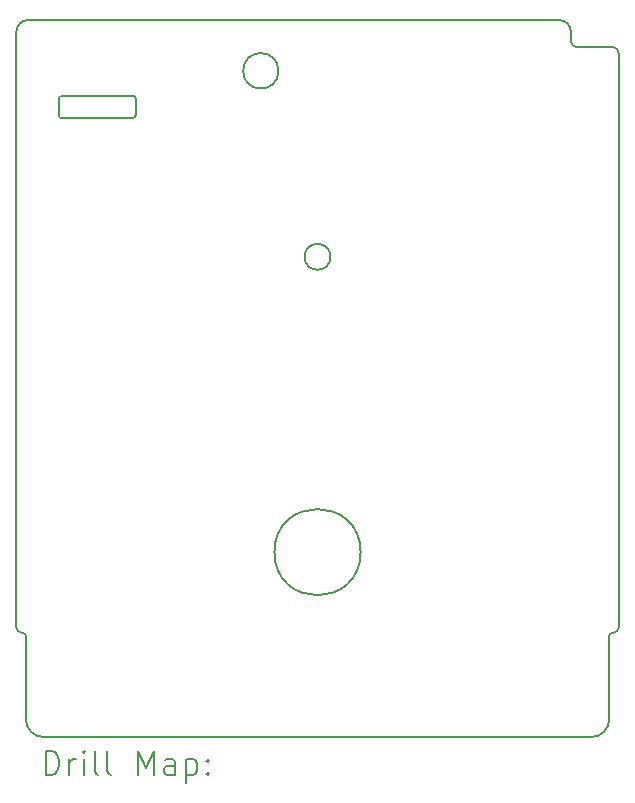
<source format=gbr>
%TF.GenerationSoftware,KiCad,Pcbnew,(6.0.8)*%
%TF.CreationDate,2023-01-17T04:08:50-05:00*%
%TF.ProjectId,DMG-KGDU-10+,444d472d-4b47-4445-952d-31302b2e6b69,rev?*%
%TF.SameCoordinates,Original*%
%TF.FileFunction,Drillmap*%
%TF.FilePolarity,Positive*%
%FSLAX45Y45*%
G04 Gerber Fmt 4.5, Leading zero omitted, Abs format (unit mm)*
G04 Created by KiCad (PCBNEW (6.0.8)) date 2023-01-17 04:08:50*
%MOMM*%
%LPD*%
G01*
G04 APERTURE LIST*
%ADD10C,0.200000*%
G04 APERTURE END LIST*
D10*
X16762000Y-7160200D02*
X16457000Y-7160200D01*
X16307000Y-6930200D02*
X11811900Y-6930200D01*
X11942044Y-13000156D02*
X16582044Y-13000243D01*
X16407000Y-7030200D02*
X16407000Y-7110200D01*
X11711900Y-7030200D02*
X11712000Y-12070200D01*
X14372000Y-8935200D02*
G75*
G03*
X14372000Y-8935200I-110000J0D01*
G01*
X14627000Y-11435200D02*
G75*
G03*
X14627000Y-11435200I-365000J0D01*
G01*
X16812000Y-12070200D02*
X16812000Y-7210200D01*
X12096900Y-7570200D02*
X12696900Y-7570200D01*
X16757000Y-12120200D02*
G75*
G03*
X16732000Y-12145200I0J-25000D01*
G01*
X12096900Y-7570200D02*
G75*
G03*
X12071900Y-7595200I0J-25000D01*
G01*
X12721900Y-7595200D02*
G75*
G03*
X12696900Y-7570200I-25000J0D01*
G01*
X12696900Y-7760200D02*
G75*
G03*
X12721900Y-7735200I0J25000D01*
G01*
X16582044Y-13000240D02*
G75*
G03*
X16732000Y-12850200I-44J150000D01*
G01*
X16732000Y-12850200D02*
X16732000Y-12145200D01*
X16762000Y-12120200D02*
X16757000Y-12120200D01*
X11792000Y-12850200D02*
X11792000Y-12145200D01*
X11792000Y-12145200D02*
G75*
G03*
X11767000Y-12120200I-25000J0D01*
G01*
X11767000Y-12120200D02*
X11762000Y-12120200D01*
X11712000Y-12070200D02*
G75*
G03*
X11762000Y-12120200I50000J0D01*
G01*
X16407000Y-7030200D02*
G75*
G03*
X16307000Y-6930200I-100000J0D01*
G01*
X16812000Y-7210200D02*
G75*
G03*
X16762000Y-7160200I-50000J0D01*
G01*
X12071900Y-7595200D02*
X12071900Y-7735200D01*
X12071900Y-7735200D02*
G75*
G03*
X12096900Y-7760200I25000J0D01*
G01*
X13931900Y-7360200D02*
G75*
G03*
X13931900Y-7360200I-150000J0D01*
G01*
X12696900Y-7760200D02*
X12096900Y-7760200D01*
X16762000Y-12120200D02*
G75*
G03*
X16812000Y-12070200I0J50000D01*
G01*
X11811900Y-6930200D02*
G75*
G03*
X11711900Y-7030200I0J-100000D01*
G01*
X12721900Y-7595200D02*
X12721900Y-7735200D01*
X11792004Y-12850200D02*
G75*
G03*
X11942044Y-13000156I149996J40D01*
G01*
X16407000Y-7110200D02*
G75*
G03*
X16457000Y-7160200I50000J0D01*
G01*
X11959519Y-13320720D02*
X11959519Y-13120720D01*
X12007138Y-13120720D01*
X12035709Y-13130243D01*
X12054757Y-13149291D01*
X12064281Y-13168339D01*
X12073805Y-13206434D01*
X12073805Y-13235005D01*
X12064281Y-13273101D01*
X12054757Y-13292148D01*
X12035709Y-13311196D01*
X12007138Y-13320720D01*
X11959519Y-13320720D01*
X12159519Y-13320720D02*
X12159519Y-13187386D01*
X12159519Y-13225481D02*
X12169043Y-13206434D01*
X12178567Y-13196910D01*
X12197614Y-13187386D01*
X12216662Y-13187386D01*
X12283328Y-13320720D02*
X12283328Y-13187386D01*
X12283328Y-13120720D02*
X12273805Y-13130243D01*
X12283328Y-13139767D01*
X12292852Y-13130243D01*
X12283328Y-13120720D01*
X12283328Y-13139767D01*
X12407138Y-13320720D02*
X12388090Y-13311196D01*
X12378567Y-13292148D01*
X12378567Y-13120720D01*
X12511900Y-13320720D02*
X12492852Y-13311196D01*
X12483328Y-13292148D01*
X12483328Y-13120720D01*
X12740471Y-13320720D02*
X12740471Y-13120720D01*
X12807138Y-13263577D01*
X12873805Y-13120720D01*
X12873805Y-13320720D01*
X13054757Y-13320720D02*
X13054757Y-13215958D01*
X13045233Y-13196910D01*
X13026186Y-13187386D01*
X12988090Y-13187386D01*
X12969043Y-13196910D01*
X13054757Y-13311196D02*
X13035709Y-13320720D01*
X12988090Y-13320720D01*
X12969043Y-13311196D01*
X12959519Y-13292148D01*
X12959519Y-13273101D01*
X12969043Y-13254053D01*
X12988090Y-13244529D01*
X13035709Y-13244529D01*
X13054757Y-13235005D01*
X13149995Y-13187386D02*
X13149995Y-13387386D01*
X13149995Y-13196910D02*
X13169043Y-13187386D01*
X13207138Y-13187386D01*
X13226186Y-13196910D01*
X13235709Y-13206434D01*
X13245233Y-13225481D01*
X13245233Y-13282624D01*
X13235709Y-13301672D01*
X13226186Y-13311196D01*
X13207138Y-13320720D01*
X13169043Y-13320720D01*
X13149995Y-13311196D01*
X13330948Y-13301672D02*
X13340471Y-13311196D01*
X13330948Y-13320720D01*
X13321424Y-13311196D01*
X13330948Y-13301672D01*
X13330948Y-13320720D01*
X13330948Y-13196910D02*
X13340471Y-13206434D01*
X13330948Y-13215958D01*
X13321424Y-13206434D01*
X13330948Y-13196910D01*
X13330948Y-13215958D01*
M02*

</source>
